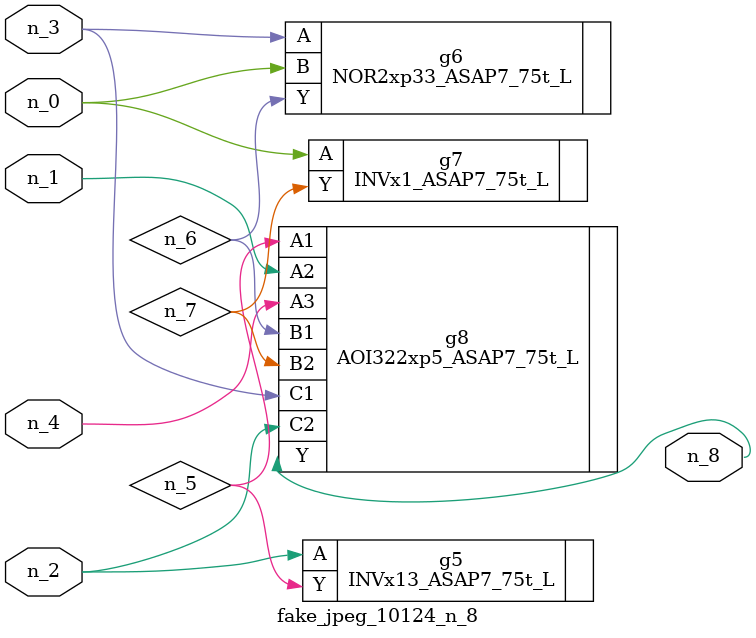
<source format=v>
module fake_jpeg_10124_n_8 (n_3, n_2, n_1, n_0, n_4, n_8);

input n_3;
input n_2;
input n_1;
input n_0;
input n_4;

output n_8;

wire n_6;
wire n_5;
wire n_7;

INVx13_ASAP7_75t_L g5 ( 
.A(n_2),
.Y(n_5)
);

NOR2xp33_ASAP7_75t_L g6 ( 
.A(n_3),
.B(n_0),
.Y(n_6)
);

INVx1_ASAP7_75t_L g7 ( 
.A(n_0),
.Y(n_7)
);

AOI322xp5_ASAP7_75t_L g8 ( 
.A1(n_5),
.A2(n_1),
.A3(n_4),
.B1(n_6),
.B2(n_7),
.C1(n_3),
.C2(n_2),
.Y(n_8)
);


endmodule
</source>
